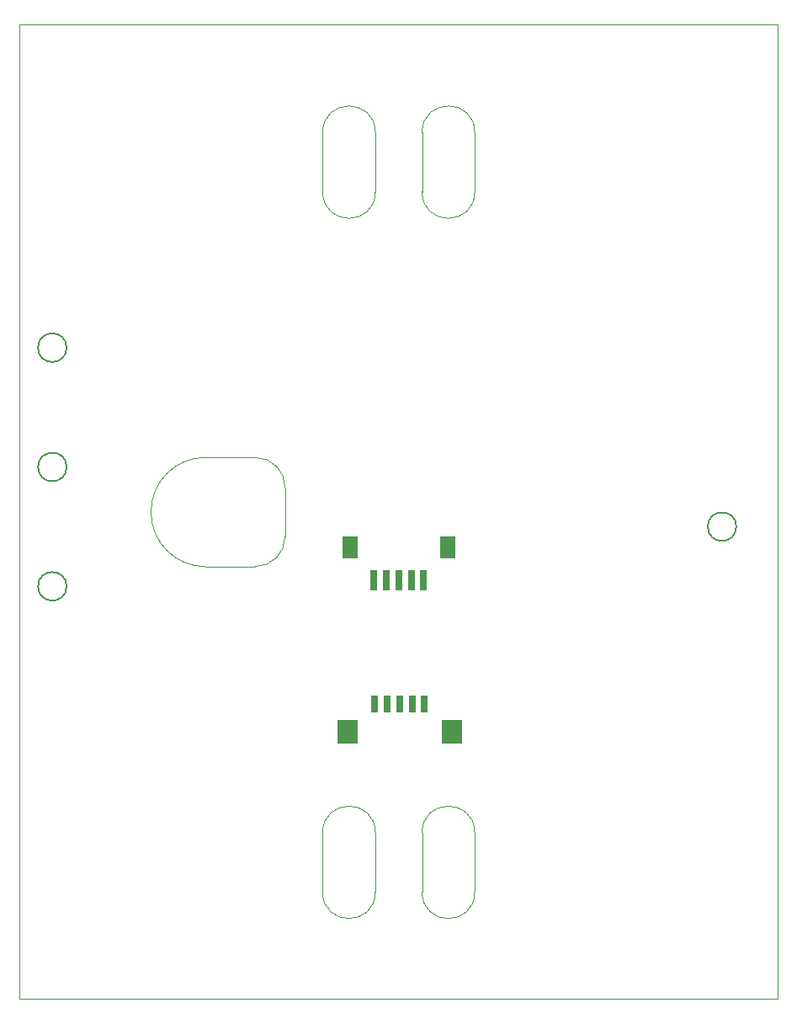
<source format=gbr>
%TF.GenerationSoftware,KiCad,Pcbnew,9.0.0*%
%TF.CreationDate,2025-04-21T01:22:55-04:00*%
%TF.ProjectId,xy_faces_CUpayload_v2,78795f66-6163-4657-935f-43557061796c,3.0*%
%TF.SameCoordinates,Original*%
%TF.FileFunction,Paste,Bot*%
%TF.FilePolarity,Positive*%
%FSLAX46Y46*%
G04 Gerber Fmt 4.6, Leading zero omitted, Abs format (unit mm)*
G04 Created by KiCad (PCBNEW 9.0.0) date 2025-04-21 01:22:55*
%MOMM*%
%LPD*%
G01*
G04 APERTURE LIST*
%ADD10R,0.700000X2.000000*%
%ADD11R,1.600000X2.200000*%
%ADD12R,0.730000X1.800000*%
%ADD13R,0.700000X1.800000*%
%ADD14R,2.000000X2.400000*%
%TA.AperFunction,Profile*%
%ADD15C,0.050000*%
%TD*%
%TA.AperFunction,Profile*%
%ADD16C,0.100000*%
%TD*%
%TA.AperFunction,Profile*%
%ADD17C,0.200000*%
%TD*%
G04 APERTURE END LIST*
D10*
%TO.C,CN1*%
X147000000Y-121660000D03*
X145750000Y-121660000D03*
X144500000Y-121660000D03*
X143250000Y-121660000D03*
X142000000Y-121660000D03*
D11*
X139580000Y-118340000D03*
X149420000Y-118340000D03*
%TD*%
D12*
%TO.C,CN2*%
X147085000Y-134100000D03*
D13*
X145850000Y-134100001D03*
X144600000Y-134100000D03*
X143350000Y-134100001D03*
X142100000Y-134100000D03*
D14*
X139349999Y-136880000D03*
X149850001Y-136880000D03*
%TD*%
D15*
X136850000Y-153000000D02*
X136850000Y-147000000D01*
X142150000Y-153000000D02*
X142150000Y-147000000D01*
X146850000Y-147000000D02*
X146850000Y-153000000D01*
X152150000Y-153000000D02*
X152150000Y-147000000D01*
X142150000Y-76600000D02*
X142150000Y-82600000D01*
X136850000Y-76600000D02*
X136850000Y-82600000D01*
X146850000Y-76600000D02*
X146850000Y-82600000D01*
X152150000Y-76600000D02*
X152150000Y-82600000D01*
X142150000Y-82600000D02*
G75*
G02*
X136850000Y-82600000I-2650000J0D01*
G01*
D16*
X106350000Y-65750000D02*
X182650000Y-65750000D01*
X182650000Y-163750000D01*
X106350000Y-163750000D01*
X106350000Y-65750000D01*
D15*
X133075000Y-117262500D02*
G75*
G02*
X130075000Y-120262500I-3000000J0D01*
G01*
X146850000Y-76600000D02*
G75*
G02*
X152150000Y-76600000I2650000J0D01*
G01*
X136850000Y-76600000D02*
G75*
G02*
X142150000Y-76600000I2650000J0D01*
G01*
X125050000Y-120262500D02*
G75*
G02*
X125050000Y-109287500I12500J5487500D01*
G01*
X136850000Y-147000000D02*
G75*
G02*
X142150000Y-147000000I2650000J0D01*
G01*
X125050000Y-120262500D02*
X130075000Y-120262500D01*
X142150000Y-153000000D02*
G75*
G02*
X136850000Y-153000000I-2650000J0D01*
G01*
D17*
X111087500Y-98250000D02*
G75*
G02*
X108212500Y-98250000I-1437500J0D01*
G01*
X108212500Y-98250000D02*
G75*
G02*
X111087500Y-98250000I1437500J0D01*
G01*
D15*
X146850000Y-147000000D02*
G75*
G02*
X152150000Y-147000000I2650000J0D01*
G01*
D17*
X111087500Y-110250000D02*
G75*
G02*
X108212500Y-110250000I-1437500J0D01*
G01*
X108212500Y-110250000D02*
G75*
G02*
X111087500Y-110250000I1437500J0D01*
G01*
X111087500Y-122250000D02*
G75*
G02*
X108212500Y-122250000I-1437500J0D01*
G01*
X108212500Y-122250000D02*
G75*
G02*
X111087500Y-122250000I1437500J0D01*
G01*
D15*
X152150000Y-153000000D02*
G75*
G02*
X146850000Y-153000000I-2650000J0D01*
G01*
X125050000Y-109287500D02*
X130075000Y-109287500D01*
D17*
X178462500Y-116250000D02*
G75*
G02*
X175587500Y-116250000I-1437500J0D01*
G01*
X175587500Y-116250000D02*
G75*
G02*
X178462500Y-116250000I1437500J0D01*
G01*
D15*
X133075000Y-117262500D02*
X133075000Y-112287500D01*
X152150000Y-82600000D02*
G75*
G02*
X146850000Y-82600000I-2650000J0D01*
G01*
X130075000Y-109287500D02*
G75*
G02*
X133075000Y-112287500I0J-3000000D01*
G01*
M02*

</source>
